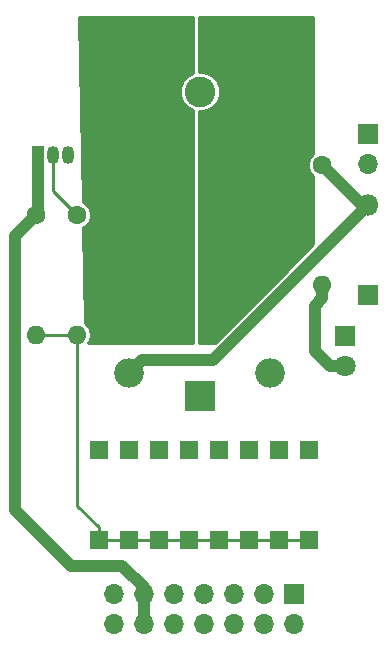
<source format=gtl>
G04 #@! TF.GenerationSoftware,KiCad,Pcbnew,5.0.2-bee76a0~70~ubuntu14.04.1*
G04 #@! TF.CreationDate,2018-12-15T23:15:47-07:00*
G04 #@! TF.ProjectId,relay,72656c61-792e-46b6-9963-61645f706362,rev?*
G04 #@! TF.SameCoordinates,Original*
G04 #@! TF.FileFunction,Copper,L1,Top*
G04 #@! TF.FilePolarity,Positive*
%FSLAX46Y46*%
G04 Gerber Fmt 4.6, Leading zero omitted, Abs format (unit mm)*
G04 Created by KiCad (PCBNEW 5.0.2-bee76a0~70~ubuntu14.04.1) date Sat 15 Dec 2018 11:15:47 PM MST*
%MOMM*%
%LPD*%
G01*
G04 APERTURE LIST*
G04 #@! TA.AperFunction,ComponentPad*
%ADD10O,1.600000X1.600000*%
G04 #@! TD*
G04 #@! TA.AperFunction,ComponentPad*
%ADD11C,1.600000*%
G04 #@! TD*
G04 #@! TA.AperFunction,ComponentPad*
%ADD12R,1.800000X1.800000*%
G04 #@! TD*
G04 #@! TA.AperFunction,ComponentPad*
%ADD13O,1.800000X1.800000*%
G04 #@! TD*
G04 #@! TA.AperFunction,ComponentPad*
%ADD14C,1.800000*%
G04 #@! TD*
G04 #@! TA.AperFunction,ComponentPad*
%ADD15R,2.600000X2.600000*%
G04 #@! TD*
G04 #@! TA.AperFunction,ComponentPad*
%ADD16C,2.600000*%
G04 #@! TD*
G04 #@! TA.AperFunction,ComponentPad*
%ADD17R,2.500000X2.500000*%
G04 #@! TD*
G04 #@! TA.AperFunction,ComponentPad*
%ADD18O,2.500000X2.500000*%
G04 #@! TD*
G04 #@! TA.AperFunction,ComponentPad*
%ADD19O,1.050000X1.500000*%
G04 #@! TD*
G04 #@! TA.AperFunction,ComponentPad*
%ADD20R,1.050000X1.500000*%
G04 #@! TD*
G04 #@! TA.AperFunction,ComponentPad*
%ADD21R,1.700000X1.700000*%
G04 #@! TD*
G04 #@! TA.AperFunction,ComponentPad*
%ADD22O,1.700000X1.700000*%
G04 #@! TD*
G04 #@! TA.AperFunction,SMDPad,CuDef*
%ADD23R,1.600000X1.600000*%
G04 #@! TD*
G04 #@! TA.AperFunction,ViaPad*
%ADD24C,0.800000*%
G04 #@! TD*
G04 #@! TA.AperFunction,Conductor*
%ADD25C,1.000000*%
G04 #@! TD*
G04 #@! TA.AperFunction,Conductor*
%ADD26C,0.250000*%
G04 #@! TD*
G04 #@! TA.AperFunction,Conductor*
%ADD27C,0.254000*%
G04 #@! TD*
G04 APERTURE END LIST*
D10*
G04 #@! TO.P,R3,2*
G04 #@! TO.N,trigger*
X89623900Y-85280500D03*
D11*
G04 #@! TO.P,R3,1*
G04 #@! TO.N,Net-(Q1-Pad2)*
X89623900Y-75120500D03*
G04 #@! TD*
D12*
G04 #@! TO.P,D1,1*
G04 #@! TO.N,Net-(D1-Pad1)*
X114208560Y-81889600D03*
D13*
G04 #@! TO.P,D1,2*
G04 #@! TO.N,bus13*
X114208560Y-74269600D03*
G04 #@! TD*
D12*
G04 #@! TO.P,D2,1*
G04 #@! TO.N,Net-(D1-Pad1)*
X112268000Y-85344000D03*
D14*
G04 #@! TO.P,D2,2*
G04 #@! TO.N,Net-(D2-Pad2)*
X112268000Y-87884000D03*
G04 #@! TD*
D15*
G04 #@! TO.P,J3,1*
G04 #@! TO.N,relay_off*
X95001080Y-64698880D03*
D16*
G04 #@! TO.P,J3,2*
G04 #@! TO.N,relay_arm*
X100001080Y-64698880D03*
G04 #@! TO.P,J3,3*
G04 #@! TO.N,relay_on*
X105001080Y-64698880D03*
G04 #@! TD*
D17*
G04 #@! TO.P,K1,1*
G04 #@! TO.N,relay_arm*
X99984560Y-90500200D03*
D18*
G04 #@! TO.P,K1,2*
G04 #@! TO.N,Net-(D1-Pad1)*
X105984560Y-88500200D03*
G04 #@! TO.P,K1,3*
G04 #@! TO.N,relay_on*
X105984560Y-76300200D03*
G04 #@! TO.P,K1,4*
G04 #@! TO.N,relay_off*
X93984560Y-76300200D03*
G04 #@! TO.P,K1,5*
G04 #@! TO.N,bus13*
X93984560Y-88500200D03*
G04 #@! TD*
D19*
G04 #@! TO.P,Q1,2*
G04 #@! TO.N,Net-(Q1-Pad2)*
X87604600Y-70078600D03*
G04 #@! TO.P,Q1,3*
G04 #@! TO.N,Net-(D1-Pad1)*
X88874600Y-70078600D03*
D20*
G04 #@! TO.P,Q1,1*
G04 #@! TO.N,bus11*
X86334600Y-70078600D03*
G04 #@! TD*
D11*
G04 #@! TO.P,R1,1*
G04 #@! TO.N,bus11*
X86144100Y-75120500D03*
D10*
G04 #@! TO.P,R1,2*
G04 #@! TO.N,trigger*
X86144100Y-85280500D03*
G04 #@! TD*
D11*
G04 #@! TO.P,R2,1*
G04 #@! TO.N,bus13*
X110357920Y-70916800D03*
D10*
G04 #@! TO.P,R2,2*
G04 #@! TO.N,Net-(D2-Pad2)*
X110357920Y-81076800D03*
G04 #@! TD*
D21*
G04 #@! TO.P,J2,1*
G04 #@! TO.N,GND*
X114208560Y-68244720D03*
D22*
G04 #@! TO.P,J2,2*
G04 #@! TO.N,VCC*
X114208560Y-70784720D03*
G04 #@! TD*
D21*
G04 #@! TO.P,J4,1*
G04 #@! TO.N,bus1*
X107950000Y-107188000D03*
D22*
G04 #@! TO.P,J4,2*
G04 #@! TO.N,bus2*
X107950000Y-109728000D03*
G04 #@! TO.P,J4,3*
G04 #@! TO.N,bus3*
X105410000Y-107188000D03*
G04 #@! TO.P,J4,4*
G04 #@! TO.N,bus4*
X105410000Y-109728000D03*
G04 #@! TO.P,J4,5*
G04 #@! TO.N,bus5*
X102870000Y-107188000D03*
G04 #@! TO.P,J4,6*
G04 #@! TO.N,bus6*
X102870000Y-109728000D03*
G04 #@! TO.P,J4,7*
G04 #@! TO.N,bus7*
X100330000Y-107188000D03*
G04 #@! TO.P,J4,8*
G04 #@! TO.N,bus8*
X100330000Y-109728000D03*
G04 #@! TO.P,J4,9*
G04 #@! TO.N,bus9*
X97790000Y-107188000D03*
G04 #@! TO.P,J4,10*
G04 #@! TO.N,bus10*
X97790000Y-109728000D03*
G04 #@! TO.P,J4,11*
G04 #@! TO.N,bus11*
X95250000Y-107188000D03*
G04 #@! TO.P,J4,12*
X95250000Y-109728000D03*
G04 #@! TO.P,J4,13*
G04 #@! TO.N,bus13*
X92710000Y-107188000D03*
G04 #@! TO.P,J4,14*
X92710000Y-109728000D03*
G04 #@! TD*
D23*
G04 #@! TO.P,SW1,1*
G04 #@! TO.N,bus3*
X109220000Y-94996000D03*
G04 #@! TO.P,SW1,9*
G04 #@! TO.N,trigger*
X91440000Y-102616000D03*
G04 #@! TO.P,SW1,2*
G04 #@! TO.N,bus4*
X106680000Y-94996000D03*
G04 #@! TO.P,SW1,10*
G04 #@! TO.N,trigger*
X93980000Y-102616000D03*
G04 #@! TO.P,SW1,3*
G04 #@! TO.N,bus5*
X104140000Y-94996000D03*
G04 #@! TO.P,SW1,11*
G04 #@! TO.N,trigger*
X96520000Y-102616000D03*
G04 #@! TO.P,SW1,4*
G04 #@! TO.N,bus6*
X101600000Y-94996000D03*
G04 #@! TO.P,SW1,12*
G04 #@! TO.N,trigger*
X99060000Y-102616000D03*
G04 #@! TO.P,SW1,5*
G04 #@! TO.N,bus7*
X99060000Y-94996000D03*
G04 #@! TO.P,SW1,13*
G04 #@! TO.N,trigger*
X101600000Y-102616000D03*
G04 #@! TO.P,SW1,6*
G04 #@! TO.N,bus8*
X96520000Y-94996000D03*
G04 #@! TO.P,SW1,14*
G04 #@! TO.N,trigger*
X104140000Y-102616000D03*
G04 #@! TO.P,SW1,7*
G04 #@! TO.N,bus9*
X93980000Y-94996000D03*
G04 #@! TO.P,SW1,15*
G04 #@! TO.N,trigger*
X106680000Y-102616000D03*
G04 #@! TO.P,SW1,8*
G04 #@! TO.N,bus10*
X91440000Y-94996000D03*
G04 #@! TO.P,SW1,16*
G04 #@! TO.N,trigger*
X109220000Y-102616000D03*
G04 #@! TD*
D24*
G04 #@! TO.N,bus3*
X109220000Y-94996000D03*
G04 #@! TO.N,bus4*
X106680000Y-94996000D03*
G04 #@! TO.N,bus5*
X104140000Y-94996000D03*
G04 #@! TO.N,bus6*
X101600000Y-94996000D03*
G04 #@! TO.N,bus7*
X99060000Y-94996000D03*
G04 #@! TO.N,bus8*
X96520000Y-94996000D03*
G04 #@! TO.N,bus9*
X93980000Y-94996000D03*
G04 #@! TO.N,bus10*
X91440000Y-94996000D03*
G04 #@! TD*
D25*
G04 #@! TO.N,VCC*
X114040920Y-70952360D02*
X114208560Y-70784720D01*
G04 #@! TO.N,Net-(D2-Pad2)*
X110357920Y-82208170D02*
X109728000Y-82838090D01*
X110357920Y-81076800D02*
X110357920Y-82208170D01*
X110995208Y-87884000D02*
X112268000Y-87884000D01*
X109728000Y-86616792D02*
X110995208Y-87884000D01*
X109728000Y-82838090D02*
X109728000Y-86616792D01*
D26*
G04 #@! TO.N,trigger*
X108170000Y-102616000D02*
X91440000Y-102616000D01*
X109220000Y-102616000D02*
X108170000Y-102616000D01*
X89623900Y-99749900D02*
X89623900Y-86411870D01*
X91440000Y-101566000D02*
X89623900Y-99749900D01*
X89623900Y-86411870D02*
X89623900Y-85280500D01*
X91440000Y-102616000D02*
X91440000Y-101566000D01*
X86144100Y-85280500D02*
X89623900Y-85280500D01*
G04 #@! TO.N,Net-(Q1-Pad2)*
X87604600Y-73101200D02*
X87604600Y-70078600D01*
X89623900Y-75120500D02*
X87604600Y-73101200D01*
D25*
G04 #@! TO.N,bus13*
X113710720Y-74269600D02*
X110357920Y-70916800D01*
X114208560Y-74269600D02*
X113710720Y-74269600D01*
X107696000Y-80782160D02*
X114208560Y-74269600D01*
X101102160Y-87376000D02*
X107696000Y-80782160D01*
X95108760Y-87376000D02*
X101102160Y-87376000D01*
X93984560Y-88500200D02*
X95108760Y-87376000D01*
G04 #@! TO.N,bus11*
X86334600Y-74930000D02*
X86144100Y-75120500D01*
X86334600Y-70078600D02*
X86334600Y-74930000D01*
X85344101Y-75920499D02*
X86144100Y-75120500D01*
X84366010Y-76898590D02*
X85344101Y-75920499D01*
X84366010Y-100114010D02*
X84366010Y-76898590D01*
X93454001Y-104875999D02*
X89127999Y-104875999D01*
X95250000Y-106671998D02*
X93454001Y-104875999D01*
X89127999Y-104875999D02*
X84366010Y-100114010D01*
X95250000Y-108966000D02*
X95250000Y-106671998D01*
G04 #@! TD*
D27*
G04 #@! TO.N,relay_off*
G36*
X99441000Y-63115701D02*
X99051136Y-63277188D01*
X98579388Y-63748936D01*
X98324080Y-64365304D01*
X98324080Y-65032456D01*
X98579388Y-65648824D01*
X99051136Y-66120572D01*
X99441000Y-66282059D01*
X99441000Y-85979000D01*
X90572742Y-85979000D01*
X90732609Y-85739742D01*
X90823958Y-85280500D01*
X90732609Y-84821258D01*
X90472469Y-84431931D01*
X90264051Y-84292671D01*
X90116736Y-76190337D01*
X90290617Y-76118313D01*
X90621713Y-75787217D01*
X90800900Y-75354620D01*
X90800900Y-74886380D01*
X90621713Y-74453783D01*
X90290617Y-74122687D01*
X90077538Y-74034427D01*
X89793075Y-58389000D01*
X99441000Y-58389000D01*
X99441000Y-63115701D01*
X99441000Y-63115701D01*
G37*
X99441000Y-63115701D02*
X99051136Y-63277188D01*
X98579388Y-63748936D01*
X98324080Y-64365304D01*
X98324080Y-65032456D01*
X98579388Y-65648824D01*
X99051136Y-66120572D01*
X99441000Y-66282059D01*
X99441000Y-85979000D01*
X90572742Y-85979000D01*
X90732609Y-85739742D01*
X90823958Y-85280500D01*
X90732609Y-84821258D01*
X90472469Y-84431931D01*
X90264051Y-84292671D01*
X90116736Y-76190337D01*
X90290617Y-76118313D01*
X90621713Y-75787217D01*
X90800900Y-75354620D01*
X90800900Y-74886380D01*
X90621713Y-74453783D01*
X90290617Y-74122687D01*
X90077538Y-74034427D01*
X89793075Y-58389000D01*
X99441000Y-58389000D01*
X99441000Y-63115701D01*
G04 #@! TO.N,relay_on*
G36*
X109601000Y-70009190D02*
X109360107Y-70250083D01*
X109180920Y-70682680D01*
X109180920Y-71150920D01*
X109360107Y-71583517D01*
X109601000Y-71824410D01*
X109601000Y-77636896D01*
X107136949Y-80100947D01*
X107136943Y-80100951D01*
X101258896Y-85979000D01*
X99949000Y-85979000D01*
X99949000Y-66375880D01*
X100334656Y-66375880D01*
X100951024Y-66120572D01*
X101422772Y-65648824D01*
X101678080Y-65032456D01*
X101678080Y-64365304D01*
X101422772Y-63748936D01*
X100951024Y-63277188D01*
X100334656Y-63021880D01*
X99949000Y-63021880D01*
X99949000Y-58389000D01*
X109601000Y-58389000D01*
X109601000Y-70009190D01*
X109601000Y-70009190D01*
G37*
X109601000Y-70009190D02*
X109360107Y-70250083D01*
X109180920Y-70682680D01*
X109180920Y-71150920D01*
X109360107Y-71583517D01*
X109601000Y-71824410D01*
X109601000Y-77636896D01*
X107136949Y-80100947D01*
X107136943Y-80100951D01*
X101258896Y-85979000D01*
X99949000Y-85979000D01*
X99949000Y-66375880D01*
X100334656Y-66375880D01*
X100951024Y-66120572D01*
X101422772Y-65648824D01*
X101678080Y-65032456D01*
X101678080Y-64365304D01*
X101422772Y-63748936D01*
X100951024Y-63277188D01*
X100334656Y-63021880D01*
X99949000Y-63021880D01*
X99949000Y-58389000D01*
X109601000Y-58389000D01*
X109601000Y-70009190D01*
G04 #@! TD*
M02*

</source>
